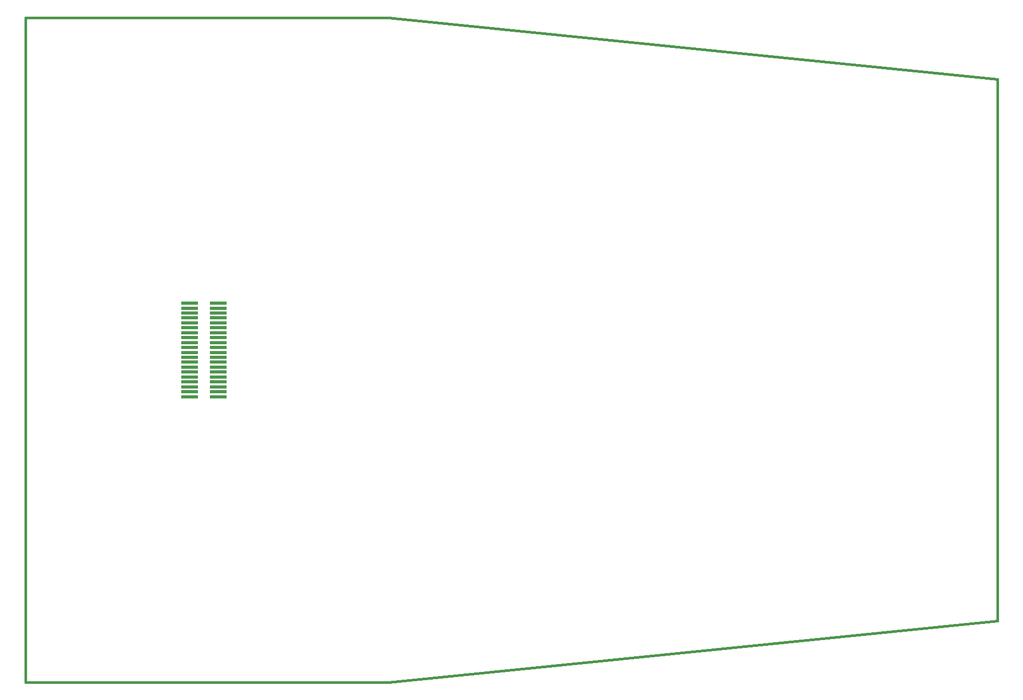
<source format=gbp>
G04 Layer_Color=128*
%FSLAX44Y44*%
%MOMM*%
G71*
G01*
G75*
%ADD38C,0.4000*%
%ADD56R,2.7000X0.5000*%
D38*
X1790000Y360000D02*
Y1240000D01*
X800000Y1340000D02*
X1790000Y1240000D01*
X210000Y1340000D02*
X800000D01*
Y260000D02*
X1790000Y360000D01*
X210000Y260000D02*
X800000D01*
X210000D02*
Y1340000D01*
D56*
X477000Y876000D02*
D03*
X523000D02*
D03*
Y868000D02*
D03*
X477000D02*
D03*
X523000Y860000D02*
D03*
X477000D02*
D03*
X523000Y852000D02*
D03*
X477000D02*
D03*
X523000Y844000D02*
D03*
X477000D02*
D03*
X523000Y836000D02*
D03*
X477000D02*
D03*
X523000Y828000D02*
D03*
X477000D02*
D03*
X523000Y820000D02*
D03*
X477000D02*
D03*
X523000Y812000D02*
D03*
X477000D02*
D03*
X523000Y804000D02*
D03*
X477000D02*
D03*
X523000Y796000D02*
D03*
X477000D02*
D03*
X523000Y788000D02*
D03*
X477000D02*
D03*
X523000Y780000D02*
D03*
X477000D02*
D03*
X523000Y772000D02*
D03*
X477000D02*
D03*
X523000Y764000D02*
D03*
X477000D02*
D03*
X523000Y756000D02*
D03*
X477000D02*
D03*
X523000Y748000D02*
D03*
X477000D02*
D03*
X523000Y740000D02*
D03*
X477000D02*
D03*
X523000Y732000D02*
D03*
X477000D02*
D03*
X523000Y724000D02*
D03*
X477000D02*
D03*
M02*

</source>
